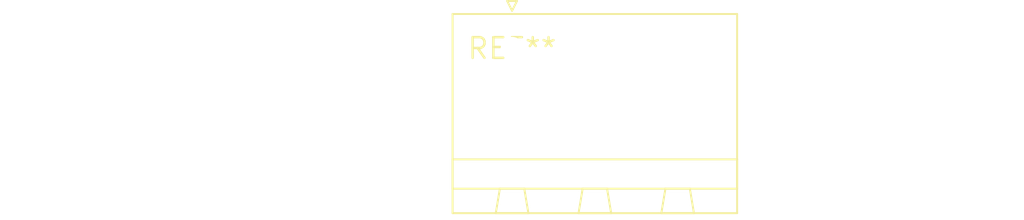
<source format=kicad_pcb>
(kicad_pcb (version 20240108) (generator pcbnew)
  (layers (0 "F.Cu" signal) (31 "B.Cu" signal) (34 "B.Paste" user) (35 "F.Paste" user) (36 "B.SilkS" user "B.Silkscreen") (37 "F.SilkS" user "F.Silkscreen") (38 "B.Mask" user) (39 "F.Mask" user) (44 "Edge.Cuts" user))
  (net 0 "")
  (footprint "PhoenixContact_MSTBA_2,5_3-G-5,08_1x03_P5.08mm_Horizontal" (layer "F.Cu") (at 0 0)
    (property "Reference" "REF**")
    (property "Value" "PhoenixContact_MSTBA_2,5_3-G-5,08_1x03_P5.08mm_Horizontal")
    (fp_line (start -3.65 -2.11) (end -3.65 10.11) (layer "F.SilkS") (stroke (width 0.12)))
    (fp_line (start -3.65 6.81) (end 13.81 6.81) (layer "F.SilkS") (stroke (width 0.12)))
    (fp_line (start -3.65 8.61) (end -3.65 6.81) (layer "F.SilkS") (stroke (width 0.12)))
    (fp_line (start -3.65 10.11) (end 13.81 10.11) (layer "F.SilkS") (stroke (width 0.12)))
    (fp_line (start -1 10.11) (end 1 10.11) (layer "F.SilkS") (stroke (width 0.12)))
    (fp_line (start -0.75 8.61) (end -1 10.11) (layer "F.SilkS") (stroke (width 0.12)))
    (fp_line (start -0.3 -2.91) (end 0.3 -2.91) (layer "F.SilkS") (stroke (width 0.12)))
    (fp_line (start 0 -2.31) (end -0.3 -2.91) (layer "F.SilkS") (stroke (width 0.12)))
    (fp_line (start 0.3 -2.91) (end 0 -2.31) (layer "F.SilkS") (stroke (width 0.12)))
    (fp_line (start 0.75 8.61) (end -0.75 8.61) (layer "F.SilkS") (stroke (width 0.12)))
    (fp_line (start 1 10.11) (end 0.75 8.61) (layer "F.SilkS") (stroke (width 0.12)))
    (fp_line (start 4.08 10.11) (end 6.08 10.11) (layer "F.SilkS") (stroke (width 0.12)))
    (fp_line (start 4.33 8.61) (end 4.08 10.11) (layer "F.SilkS") (stroke (width 0.12)))
    (fp_line (start 5.83 8.61) (end 4.33 8.61) (layer "F.SilkS") (stroke (width 0.12)))
    (fp_line (start 6.08 10.11) (end 5.83 8.61) (layer "F.SilkS") (stroke (width 0.12)))
    (fp_line (start 9.16 10.11) (end 11.16 10.11) (layer "F.SilkS") (stroke (width 0.12)))
    (fp_line (start 9.41 8.61) (end 9.16 10.11) (layer "F.SilkS") (stroke (width 0.12)))
    (fp_line (start 10.91 8.61) (end 9.41 8.61) (layer "F.SilkS") (stroke (width 0.12)))
    (fp_line (start 11.16 10.11) (end 10.91 8.61) (layer "F.SilkS") (stroke (width 0.12)))
    (fp_line (start 13.81 -2.11) (end -3.65 -2.11) (layer "F.SilkS") (stroke (width 0.12)))
    (fp_line (start 13.81 6.81) (end 13.81 8.61) (layer "F.SilkS") (stroke (width 0.12)))
    (fp_line (start 13.81 8.61) (end -3.65 8.61) (layer "F.SilkS") (stroke (width 0.12)))
    (fp_line (start 13.81 10.11) (end 13.81 -2.11) (layer "F.SilkS") (stroke (width 0.12)))
    (pad "1" thru_hole roundrect (at 0 0) (size 2.08 3.6) (drill 1.4) (layers *.Cu *.Mask) (remove_unused_layers) (roundrect_rratio 0.120192))
    (pad "2" thru_hole oval (at 5.08 0) (size 2.08 3.6) (drill 1.4) (layers *.Cu *.Mask) (remove_unused_layers))
    (pad "3" thru_hole oval (at 10.16 0) (size 2.08 3.6) (drill 1.4) (layers *.Cu *.Mask) (remove_unused_layers))
  )
)
</source>
